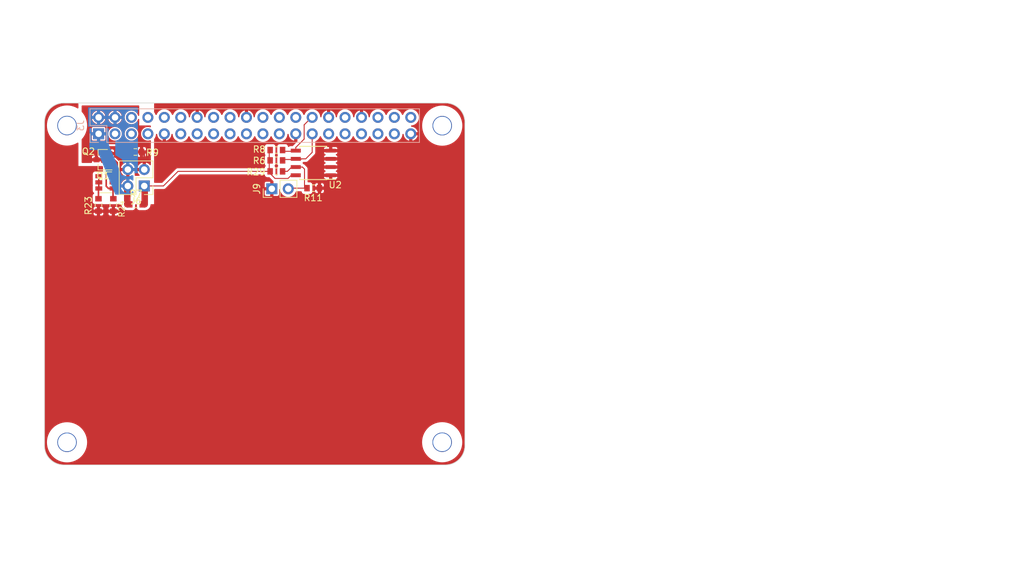
<source format=kicad_pcb>
(kicad_pcb (version 20221018) (generator pcbnew)
  (layers (0 "F.Cu" signal) (1 "In1.Cu" signal) (2 "In2.Cu" signal) (31 "B.Cu" signal) (34 "B.Paste" user) (35 "F.Paste" user) (36 "B.SilkS" user "B.Silkscreen") (37 "F.SilkS" user "F.Silkscreen") (38 "B.Mask" user) (39 "F.Mask" user) (44 "Edge.Cuts" user))
  (net 0 "")
  (net 1 "GND")
  (net 2 "/ID_SD_EEPROM")
  (net 3 "/ID_SC_EEPROM")
  (net 4 "Net-(Q1-Pad1)")
  (net 5 "Net-(Q2-Pad1)")
  (net 6 "/P3V3_HAT")
  (net 7 "/P5V_HAT")
  (net 8 "/P3V3")
  (net 9 "/P5V")
  (net 10 "Net-(J9-Pad2)")
  (net 11 "Net-(J3-Pad3)")
  (net 12 "Net-(J3-Pad5)")
  (net 13 "Net-(J3-Pad7)")
  (net 14 "Net-(J3-Pad8)")
  (net 15 "Net-(J3-Pad10)")
  (net 16 "Net-(J3-Pad11)")
  (net 17 "Net-(J3-Pad12)")
  (net 18 "Net-(J3-Pad13)")
  (net 19 "Net-(J3-Pad15)")
  (net 20 "Net-(J3-Pad16)")
  (net 21 "Net-(J3-Pad17)")
  (net 22 "Net-(J3-Pad18)")
  (net 23 "Net-(J3-Pad19)")
  (net 24 "Net-(J3-Pad21)")
  (net 25 "Net-(J3-Pad22)")
  (net 26 "Net-(J3-Pad23)")
  (net 27 "Net-(J3-Pad24)")
  (net 28 "Net-(J3-Pad26)")
  (net 29 "Net-(J3-Pad29)")
  (net 30 "Net-(J3-Pad31)")
  (net 31 "Net-(J3-Pad32)")
  (net 32 "Net-(J3-Pad33)")
  (net 33 "Net-(J3-Pad35)")
  (net 34 "Net-(J3-Pad36)")
  (net 35 "Net-(J3-Pad37)")
  (net 36 "Net-(J3-Pad38)")
  (net 37 "Net-(J3-Pad40)")
  (footprint "project_footprints:NPTH_3mm_ID" (layer "F.Cu") (at 82.04 64.31)
    (fp_text reference "H1" (at 0.06 0.09) (layer "F.SilkS"))
    (fp_text value "3mm_Mounting_Hole" hide)
    (pad "" np_thru_hole circle locked (at 0 0) (size 3 3) (drill 2.75) (layers "*.Cu" "*.Mask") (clearance 1.6))
  )
  (footprint "project_footprints:NPTH_3mm_ID" (layer "F.Cu") (at 140.04 64.33)
    (fp_text reference "H2" (at 0.06 0.09) (layer "F.SilkS"))
    (fp_text value "3mm_Mounting_Hole" hide)
    (pad "" np_thru_hole circle locked (at 0 0) (size 3 3) (drill 2.75) (layers "*.Cu" "*.Mask") (clearance 1.6))
  )
  (footprint "project_footprints:NPTH_3mm_ID" (layer "F.Cu") (at 82.04 113.32)
    (fp_text reference "H3" (at 0.06 0.09) (layer "F.SilkS"))
    (fp_text value "3mm_Mounting_Hole" hide)
    (pad "" np_thru_hole circle locked (at 0 0) (size 3 3) (drill 2.75) (layers "*.Cu" "*.Mask") (clearance 1.6))
  )
  (footprint "project_footprints:NPTH_3mm_ID" (layer "F.Cu") (at 140.03 113.31)
    (fp_text reference "H4" (at 0.06 0.09) (layer "F.SilkS"))
    (fp_text value "3mm_Mounting_Hole" hide)
    (pad "" np_thru_hole circle locked (at 0 0) (size 3 3) (drill 2.75) (layers "*.Cu" "*.Mask") (clearance 1.6))
  )
  (footprint "Resistor_SMD:R_0603_1608Metric_Pad0.84x1.00mm_HandSolder" (layer "F.Cu") (at 92.6 68.4)
    (fp_text reference "R9" (at 2.65 0.1) (layer "F.SilkS"))
    (fp_text value "DNP")
    (fp_line (start -0.22 -0.51) (end 0.22 -0.51) (stroke (width 0.12)) (layer "F.SilkS"))
    (fp_line (start -0.22 0.51) (end 0.22 0.51) (stroke (width 0.12)) (layer "F.SilkS"))
    (pad "1" smd rect (at -0.9625 0) (size 0.845 1) (layers "F.Cu" "F.Paste" "F.Mask") (net 7 "/P5V_HAT"))
    (pad "2" smd rect (at 0.9625 0) (size 0.845 1) (layers "F.Cu" "F.Paste" "F.Mask") (net 9 "/P5V"))
  )
  (footprint "Resistor_SMD:R_0603_1608Metric_Pad0.84x1.00mm_HandSolder" (layer "F.Cu") (at 92.7 76.5)
    (fp_text reference "R7" (at 0 -1.65) (layer "F.SilkS"))
    (fp_text value "DNP")
    (fp_line (start -0.22 -0.51) (end 0.22 -0.51) (stroke (width 0.12)) (layer "F.SilkS"))
    (fp_line (start -0.22 0.51) (end 0.22 0.51) (stroke (width 0.12)) (layer "F.SilkS"))
    (pad "1" smd rect (at -0.9625 0) (size 0.845 1) (layers "F.Cu" "F.Paste" "F.Mask") (net 6 "/P3V3_HAT"))
    (pad "2" smd rect (at 0.9625 0) (size 0.845 1) (layers "F.Cu" "F.Paste" "F.Mask") (net 8 "/P3V3"))
  )
  (footprint "Resistor_SMD:R_0603_1608Metric_Pad0.84x1.00mm_HandSolder" (layer "F.Cu") (at 114.4 68.1)
    (fp_text reference "R8" (at -2.65 -0.1) (layer "F.SilkS"))
    (fp_text value "3.9K")
    (fp_line (start -0.22 -0.51) (end 0.22 -0.51) (stroke (width 0.12)) (layer "F.SilkS"))
    (fp_line (start -0.22 0.51) (end 0.22 0.51) (stroke (width 0.12)) (layer "F.SilkS"))
    (pad "1" smd rect (at -0.9625 0) (size 0.845 1) (layers "F.Cu" "F.Paste" "F.Mask") (net 8 "/P3V3"))
    (pad "2" smd rect (at 0.9625 0) (size 0.845 1) (layers "F.Cu" "F.Paste" "F.Mask") (net 3 "/ID_SC_EEPROM"))
  )
  (footprint "Resistor_SMD:R_0603_1608Metric_Pad0.84x1.00mm_HandSolder" (layer "F.Cu") (at 120.1 74)
    (fp_text reference "R11" (at 0 1.5) (layer "F.SilkS"))
    (fp_text value "DNP")
    (fp_line (start -0.22 -0.51) (end 0.22 -0.51) (stroke (width 0.12)) (layer "F.SilkS"))
    (fp_line (start -0.22 0.51) (end 0.22 0.51) (stroke (width 0.12)) (layer "F.SilkS"))
    (pad "1" smd rect (at -0.9625 0) (size 0.845 1) (layers "F.Cu" "F.Paste" "F.Mask") (net 10 "Net-(J9-Pad2)"))
    (pad "2" smd rect (at 0.9625 0) (size 0.845 1) (layers "F.Cu" "F.Paste" "F.Mask") (net 1 "GND"))
  )
  (footprint "Resistor_SMD:R_0603_1608Metric_Pad0.84x1.00mm_HandSolder" (layer "F.Cu") (at 86.9 76.6 -90)
    (fp_text reference "R23" (at 0.108 1.556 90) (layer "F.SilkS"))
    (fp_text value "22")
    (fp_line (start -0.22 -0.51) (end 0.22 -0.51) (stroke (width 0.12)) (layer "F.SilkS"))
    (fp_line (start -0.22 0.51) (end 0.22 0.51) (stroke (width 0.12)) (layer "F.SilkS"))
    (pad "1" smd rect (at -0.9625 0 270) (size 0.845 1) (layers "F.Cu" "F.Paste" "F.Mask") (net 5 "Net-(Q2-Pad1)"))
    (pad "2" smd rect (at 0.9625 0 270) (size 0.845 1) (layers "F.Cu" "F.Paste" "F.Mask") (net 1 "GND"))
  )
  (footprint "Resistor_SMD:R_0603_1608Metric_Pad0.84x1.00mm_HandSolder" (layer "F.Cu") (at 89.2 76.6 -90)
    (fp_text reference "R24" (at 0.616 -1.3 270) (layer "F.SilkS") (effects (font (size 0.9 0.9) (thickness 0.13))))
    (fp_text value "22")
    (fp_line (start -0.22 -0.51) (end 0.22 -0.51) (stroke (width 0.12)) (layer "F.SilkS"))
    (fp_line (start -0.22 0.51) (end 0.22 0.51) (stroke (width 0.12)) (layer "F.SilkS"))
    (pad "1" smd rect (at -0.9625 0 270) (size 0.845 1) (layers "F.Cu" "F.Paste" "F.Mask") (net 4 "Net-(Q1-Pad1)"))
    (pad "2" smd rect (at 0.9625 0 270) (size 0.845 1) (layers "F.Cu" "F.Paste" "F.Mask") (net 1 "GND"))
  )
  (footprint "Resistor_SMD:R_0603_1608Metric_Pad0.84x1.00mm_HandSolder" (layer "F.Cu") (at 114.4 71.4)
    (fp_text reference "R29" (at -3.15 0.1) (layer "F.SilkS"))
    (fp_text value "10K")
    (fp_line (start -0.22 -0.51) (end 0.22 -0.51) (stroke (width 0.12)) (layer "F.SilkS"))
    (fp_line (start -0.22 0.51) (end 0.22 0.51) (stroke (width 0.12)) (layer "F.SilkS"))
    (pad "1" smd rect (at -0.9625 0) (size 0.845 1) (layers "F.Cu" "F.Paste" "F.Mask") (net 8 "/P3V3"))
    (pad "2" smd rect (at 0.9625 0) (size 0.845 1) (layers "F.Cu" "F.Paste" "F.Mask") (net 10 "Net-(J9-Pad2)"))
  )
  (footprint "Resistor_SMD:R_0603_1608Metric_Pad0.84x1.00mm_HandSolder" (layer "F.Cu") (at 114.4 69.7)
    (fp_text reference "R6" (at -2.65 0.05) (layer "F.SilkS"))
    (fp_text value "3.9K")
    (fp_line (start -0.22 -0.51) (end 0.22 -0.51) (stroke (width 0.12)) (layer "F.SilkS"))
    (fp_line (start -0.22 0.51) (end 0.22 0.51) (stroke (width 0.12)) (layer "F.SilkS"))
    (pad "1" smd rect (at -0.9625 0) (size 0.845 1) (layers "F.Cu" "F.Paste" "F.Mask") (net 8 "/P3V3"))
    (pad "2" smd rect (at 0.9625 0) (size 0.845 1) (layers "F.Cu" "F.Paste" "F.Mask") (net 2 "/ID_SD_EEPROM"))
  )
  (footprint "Package_TO_SOT_SMD:SOT-23-6" (layer "F.Cu") (at 88.05 73.1)
    (fp_text reference "Q2" (at -2.706 -4.774) (layer "F.SilkS"))
    (fp_text value "DMMT5401")
    (fp_line (start -0.9 1.61) (end 0.9 1.61) (stroke (width 0.12)) (layer "F.SilkS"))
    (fp_line (start 0.9 -1.61) (end -1.55 -1.61) (stroke (width 0.12)) (layer "F.SilkS"))
    (pad "1" smd rect (at -1.1 -0.95) (size 1.06 0.65) (layers "F.Cu" "F.Paste" "F.Mask") (net 5 "Net-(Q2-Pad1)"))
    (pad "2" smd rect (at -1.1 0) (size 1.06 0.65) (layers "F.Cu" "F.Paste" "F.Mask") (net 5 "Net-(Q2-Pad1)"))
    (pad "3" smd rect (at -1.1 0.95) (size 1.06 0.65) (layers "F.Cu" "F.Paste" "F.Mask") (net 5 "Net-(Q2-Pad1)"))
    (pad "4" smd rect (at 1.1 0.95) (size 1.06 0.65) (layers "F.Cu" "F.Paste" "F.Mask") (net 4 "Net-(Q1-Pad1)"))
    (pad "5" smd rect (at 1.1 0) (size 1.06 0.65) (layers "F.Cu" "F.Paste" "F.Mask") (net 7 "/P5V_HAT"))
    (pad "6" smd rect (at 1.1 -0.95) (size 1.06 0.65) (layers "F.Cu" "F.Paste" "F.Mask") (net 9 "/P5V"))
  )
  (footprint "Package_TO_SOT_SMD:SOT-23" (layer "F.Cu") (at 87.6 69.6 180)
    (fp_text reference "Q1" (at 0 -2.5 180) (layer "F.SilkS"))
    (fp_text value "DMG2305UX")
    (fp_line (start 0.76 -1.58) (end -1.4 -1.58) (stroke (width 0.12)) (layer "F.SilkS"))
    (fp_line (start 0.76 -1.58) (end 0.76 -0.65) (stroke (width 0.12)) (layer "F.SilkS"))
    (fp_line (start 0.76 1.58) (end -0.7 1.58) (stroke (width 0.12)) (layer "F.SilkS"))
    (fp_line (start 0.76 1.58) (end 0.76 0.65) (stroke (width 0.12)) (layer "F.SilkS"))
    (pad "1" smd rect (at -1 -0.95 180) (size 0.9 0.8) (layers "F.Cu" "F.Paste" "F.Mask") (net 4 "Net-(Q1-Pad1)"))
    (pad "2" smd rect (at -1 0.95 180) (size 0.9 0.8) (layers "F.Cu" "F.Paste" "F.Mask") (net 7 "/P5V_HAT"))
    (pad "3" smd rect (at 1 0 180) (size 0.9 0.8) (layers "F.Cu" "F.Paste" "F.Mask") (net 9 "/P5V"))
  )
  (footprint "Package_SOIC:SOIC-8_3.9x4.9mm_P1.27mm" (layer "F.Cu") (at 120.1 70.1 180)
    (fp_text reference "U2" (at -3.4 -3.4 180) (layer "F.SilkS"))
    (fp_text value "CAT24C32")
    (fp_line (start -2.075 -2.575) (end -2.075 -2.525) (stroke (width 0.15)) (layer "F.SilkS"))
    (fp_line (start -2.075 -2.575) (end 2.075 -2.575) (stroke (width 0.15)) (layer "F.SilkS"))
    (fp_line (start -2.075 -2.525) (end -3.475 -2.525) (stroke (width 0.15)) (layer "F.SilkS"))
    (fp_line (start -2.075 2.575) (end -2.075 2.43) (stroke (width 0.15)) (layer "F.SilkS"))
    (fp_line (start -2.075 2.575) (end 2.075 2.575) (stroke (width 0.15)) (layer "F.SilkS"))
    (fp_line (start 2.075 -2.575) (end 2.075 -2.43) (stroke (width 0.15)) (layer "F.SilkS"))
    (fp_line (start 2.075 2.575) (end 2.075 2.43) (stroke (width 0.15)) (layer "F.SilkS"))
    (pad "1" smd rect (at -2.7 -1.905 180) (size 1.55 0.6) (layers "F.Cu" "F.Paste" "F.Mask") (net 1 "GND"))
    (pad "2" smd rect (at -2.7 -0.635 180) (size 1.55 0.6) (layers "F.Cu" "F.Paste" "F.Mask") (net 1 "GND"))
    (pad "3" smd rect (at -2.7 0.635 180) (size 1.55 0.6) (layers "F.Cu" "F.Paste" "F.Mask") (net 1 "GND"))
    (pad "4" smd rect (at -2.7 1.905 180) (size 1.55 0.6) (layers "F.Cu" "F.Paste" "F.Mask") (net 1 "GND"))
    (pad "5" smd rect (at 2.7 1.905 180) (size 1.55 0.6) (layers "F.Cu" "F.Paste" "F.Mask") (net 3 "/ID_SC_EEPROM"))
    (pad "6" smd rect (at 2.7 0.635 180) (size 1.55 0.6) (layers "F.Cu" "F.Paste" "F.Mask") (net 2 "/ID_SD_EEPROM"))
    (pad "7" smd rect (at 2.7 -0.635 180) (size 1.55 0.6) (layers "F.Cu" "F.Paste" "F.Mask") (net 10 "Net-(J9-Pad2)"))
    (pad "8" smd rect (at 2.7 -1.905 180) (size 1.55 0.6) (layers "F.Cu" "F.Paste" "F.Mask") (net 8 "/P3V3"))
  )
  (footprint "Connector_PinHeader_2.54mm:PinHeader_2x02_P2.54mm_Vertical" (layer "F.Cu") (at 93.98 73.66 180)
    (fp_text reference "J6" (at 1.27 -2.33 180) (layer "F.SilkS"))
    (fp_text value "CONN_02X02")
    (fp_line (start -1.33 -1.33) (end 0 -1.33) (stroke (width 0.12)) (layer "F.SilkS"))
    (fp_line (start -1.33 0) (end -1.33 -1.33) (stroke (width 0.12)) (layer "F.SilkS"))
    (fp_line (start -1.33 1.27) (end -1.33 3.87) (stroke (width 0.12)) (layer "F.SilkS"))
    (fp_line (start -1.33 1.27) (end 1.27 1.27) (stroke (width 0.12)) (layer "F.SilkS"))
    (fp_line (start -1.33 3.87) (end 3.87 3.87) (stroke (width 0.12)) (layer "F.SilkS"))
    (fp_line (start 1.27 -1.33) (end 3.87 -1.33) (stroke (width 0.12)) (layer "F.SilkS"))
    (fp_line (start 1.27 1.27) (end 1.27 -1.33) (stroke (width 0.12)) (layer "F.SilkS"))
    (fp_line (start 3.87 -1.33) (end 3.87 3.87) (stroke (width 0.12)) (layer "F.SilkS"))
    (pad "1" thru_hole rect (at 0 0 180) (size 1.7 1.7) (drill 1) (layers "*.Cu" "*.Mask") (net 8 "/P3V3"))
    (pad "2" thru_hole oval (at 2.54 0 180) (size 1.7 1.7) (drill 1) (layers "*.Cu" "*.Mask") (net 6 "/P3V3_HAT"))
    (pad "3" thru_hole oval (at 0 2.54 180) (size 1.7 1.7) (drill 1) (layers "*.Cu" "*.Mask") (net 9 "/P5V"))
    (pad "4" thru_hole oval (at 2.54 2.54 180) (size 1.7 1.7) (drill 1) (layers "*.Cu" "*.Mask") (net 7 "/P5V_HAT"))
  )
  (footprint "Connector_PinHeader_2.54mm:PinHeader_1x02_P2.54mm_Vertical" (layer "F.Cu") (at 113.7 74.1 90)
    (fp_text reference "J9" (at 0 -2.33 90) (layer "F.SilkS"))
    (fp_text value "CONN_01X02")
    (fp_line (start -1.33 -1.33) (end 0 -1.33) (stroke (width 0.12)) (layer "F.SilkS"))
    (fp_line (start -1.33 0) (end -1.33 -1.33) (stroke (width 0.12)) (layer "F.SilkS"))
    (fp_line (start -1.33 1.27) (end -1.33 3.87) (stroke (width 0.12)) (layer "F.SilkS"))
    (fp_line (start -1.33 1.27) (end 1.33 1.27) (stroke (width 0.12)) (layer "F.SilkS"))
    (fp_line (start -1.33 3.87) (end 1.33 3.87) (stroke (width 0.12)) (layer "F.SilkS"))
    (fp_line (start 1.33 1.27) (end 1.33 3.87) (stroke (width 0.12)) (layer "F.SilkS"))
    (pad "1" thru_hole rect (at 0 0 90) (size 1.7 1.7) (drill 1) (layers "*.Cu" "*.Mask") (net 1 "GND"))
    (pad "2" thru_hole oval (at 0 2.54 90) (size 1.7 1.7) (drill 1) (layers "*.Cu" "*.Mask") (net 10 "Net-(J9-Pad2)"))
  )
  (footprint "Connector_PinSocket_2.54mm:PinSocket_2x20_P2.54mm_Vertical" (layer "B.Cu") (at 86.92 65.59 -90)
    (fp_text reference "J3" (at -1.27 2.77 270) (layer "B.SilkS") (effects (justify mirror)))
    (fp_text value "40HAT")
    (fp_line (start -3.87 -49.59) (end 1.33 -49.59) (stroke (width 0.12)) (layer "B.SilkS"))
    (fp_line (start -3.87 1.33) (end -3.87 -49.59) (stroke (width 0.12)) (layer "B.SilkS"))
    (fp_line (start -3.87 1.33) (end -1.27 1.33) (stroke (width 0.12)) (layer "B.SilkS"))
    (fp_line (start -1.27 -1.27) (end 1.33 -1.27) (stroke (width 0.12)) (layer "B.SilkS"))
    (fp_line (start -1.27 1.33) (end -1.27 -1.27) (stroke (width 0.12)) (layer "B.SilkS"))
    (fp_line (start 0 1.33) (end 1.33 1.33) (stroke (width 0.12)) (layer "B.SilkS"))
    (fp_line (start 1.33 -1.27) (end 1.33 -49.59) (stroke (width 0.12)) (layer "B.SilkS"))
    (fp_line (start 1.33 1.33) (end 1.33 0) (stroke (width 0.12)) (layer "B.SilkS"))
    (pad "1" thru_hole rect locked (at 0 0 270) (size 1.7 1.7) (drill 1) (layers "*.Cu" "*.Mask") (net 6 "/P3V3_HAT"))
    (pad "2" thru_hole oval locked (at -2.54 0 270) (size 1.7 1.7) (drill 1) (layers "*.Cu" "*.Mask") (net 7 "/P5V_HAT"))
    (pad "3" thru_hole oval locked (at 0 -2.54 270) (size 1.7 1.7) (drill 1) (layers "*.Cu" "*.Mask") (net 11 "Net-(J3-Pad3)"))
    (pad "4" thru_hole oval locked (at -2.54 -2.54 270) (size 1.7 1.7) (drill 1) (layers "*.Cu" "*.Mask") (net 7 "/P5V_HAT"))
    (pad "5" thru_hole oval locked (at 0 -5.08 270) (size 1.7 1.7) (drill 1) (layers "*.Cu" "*.Mask") (net 12 "Net-(J3-Pad5)"))
    (pad "6" thru_hole oval locked (at -2.54 -5.08 270) (size 1.7 1.7) (drill 1) (layers "*.Cu" "*.Mask") (net 1 "GND"))
    (pad "7" thru_hole oval locked (at 0 -7.62 270) (size 1.7 1.7) (drill 1) (layers "*.Cu" "*.Mask") (net 13 "Net-(J3-Pad7)"))
    (pad "8" thru_hole oval locked (at -2.54 -7.62 270) (size 1.7 1.7) (drill 1) (layers "*.Cu" "*.Mask") (net 14 "Net-(J3-Pad8)"))
    (pad "9" thru_hole oval locked (at 0 -10.16 270) (size 1.7 1.7) (drill 1) (layers "*.Cu" "*.Mask") (net 1 "GND"))
    (pad "10" thru_hole oval locked (at -2.54 -10.16 270) (size 1.7 1.7) (drill 1) (layers "*.Cu" "*.Mask") (net 15 "Net-(J3-Pad10)"))
    (pad "11" thru_hole oval locked (at 0 -12.7 270) (size 1.7 1.7) (drill 1) (layers "*.Cu" "*.Mask") (net 16 "Net-(J3-Pad11)"))
    (pad "12" thru_hole oval locked (at -2.54 -12.7 270) (size 1.7 1.7) (drill 1) (layers "*.Cu" "*.Mask") (net 17 "Net-(J3-Pad12)"))
    (pad "13" thru_hole oval locked (at 0 -15.24 270) (size 1.7 1.7) (drill 1) (layers "*.Cu" "*.Mask") (net 18 "Net-(J3-Pad13)"))
    (pad "14" thru_hole oval locked (at -2.54 -15.24 270) (size 1.7 1.7) (drill 1) (layers "*.Cu" "*.Mask") (net 1 "GND"))
    (pad "15" thru_hole oval locked (at 0 -17.78 270) (size 1.7 1.7) (drill 1) (layers "*.Cu" "*.Mask") (net 19 "Net-(J3-Pad15)"))
    (pad "16" thru_hole oval locked (at -2.54 -17.78 270) (size 1.7 1.7) (drill 1) (layers "*.Cu" "*.Mask") (net 20 "Net-(J3-Pad16)"))
    (pad "17" thru_hole oval locked (at 0 -20.32 270) (size 1.7 1.7) (drill 1) (layers "*.Cu" "*.Mask") (net 21 "Net-(J3-Pad17)"))
    (pad "18" thru_hole oval locked (at -2.54 -20.32 270) (size 1.7 1.7) (drill 1) (layers "*.Cu" "*.Mask") (net 22 "Net-(J3-Pad18)"))
    (pad "19" thru_hole oval locked (at 0 -22.86 270) (size 1.7 1.7) (drill 1) (layers "*.Cu" "*.Mask") (net 23 "Net-(J3-Pad19)"))
    (pad "20" thru_hole oval locked (at -2.54 -22.86 270) (size 1.7 1.7) (drill 1) (layers "*.Cu" "*.Mask") (net 1 "GND"))
    (pad "21" thru_hole oval locked (at 0 -25.4 270) (size 1.7 1.7) (drill 1) (layers "*.Cu" "*.Mask") (net 24 "Net-(J3-Pad21)"))
    (pad "22" thru_hole oval locked (at -2.54 -25.4 270) (size 1.7 1.7) (drill 1) (layers "*.Cu" "*.Mask") (net 25 "Net-(J3-Pad22)"))
    (pad "23" thru_hole oval locked (at 0 -27.94 270) (size 1.7 1.7) (drill 1) (layers "*.Cu" "*.Mask") (net 26 "Net-(J3-Pad23)"))
    (pad "24" thru_hole oval locked (at -2.54 -27.94 270) (size 1.7 1.7) (drill 1) (layers "*.Cu" "*.Mask") (net 27 "Net-(J3-Pad24)"))
    (pad "25" thru_hole oval locked (at 0 -30.48 270) (size 1.7 1.7) (drill 1) (layers "*.Cu" "*.Mask") (net 1 "GND"))
    (pad "26" thru_hole oval locked (at -2.54 -30.48 270) (size 1.7 1.7) (drill 1) (layers "*.Cu" "*.Mask") (net 28 "Net-(J3-Pad26)"))
    (pad "27" thru_hole oval locked (at 0 -33.02 270) (size 1.7 1.7) (drill 1) (layers "*.Cu" "*.Mask") (net 2 "/ID_SD_EEPROM"))
    (pad "28" thru_hole oval locked (at -2.54 -33.02 270) (size 1.7 1.7) (drill 1) (layers "*.Cu" "*.Mask") (net 3 "/ID_SC_EEPROM"))
    (pad "29" thru_hole oval locked (at 0 -35.56 270) (size 1.7 1.7) (drill 1) (layers "*.Cu" "*.Mask") (net 29 "Net-(J3-Pad29)"))
    (pad "30" thru_hole oval locked (at -2.54 -35.56 270) (size 1.7 1.7) (drill 1) (layers "*.Cu" "*.Mask") (net 1 "GND"))
    (pad "31" thru_hole oval locked (at 0 -38.1 270) (size 1.7 1.7) (drill 1) (layers "*.Cu" "*.Mask") (net 30 "Net-(J3-Pad31)"))
    (pad "32" thru_hole oval locked (at -2.54 -38.1 270) (size 1.7 1.7) (drill 1) (layers "*.Cu" "*.Mask") (net 31 "Net-(J3-Pad32)"))
    (pad "33" thru_hole oval locked (at 0 -40.64 270) (size 1.7 1.7) (drill 1) (layers "*.Cu" "*.Mask") (net 32 "Net-(J3-Pad33)"))
    (pad "34" thru_hole oval locked (at -2.54 -40.64 270) (size 1.7 1.7) (drill 1) (layers "*.Cu" "*.Mask") (net 1 "GND"))
    (pad "35" thru_hole oval locked (at 0 -43.18 270) (size 1.7 1.7) (drill 1) (layers "*.Cu" "*.Mask") (net 33 "Net-(J3-Pad35)"))
    (pad "36" thru_hole oval locked (at -2.54 -43.18 270) (size 1.7 1.7) (drill 1) (layers "*.Cu" "*.Mask") (net 34 "Net-(J3-Pad36)"))
    (pad "37" thru_hole oval locked (at 0 -45.72 270) (size 1.7 1.7) (drill 1) (layers "*.Cu" "*.Mask") (net 35 "Net-(J3-Pad37)"))
    (pad "38" thru_hole oval locked (at -2.54 -45.72 270) (size 1.7 1.7) (drill 1) (layers "*.Cu" "*.Mask") (net 36 "Net-(J3-Pad38)"))
    (pad "39" thru_hole oval locked (at 0 -48.26 270) (size 1.7 1.7) (drill 1) (layers "*.Cu" "*.Mask") (net 1 "GND"))
    (pad "40" thru_hole oval locked (at -2.54 -48.26 270) (size 1.7 1.7) (drill 1) (layers "*.Cu" "*.Mask") (net 37 "Net-(J3-Pad40)"))
  )
  (gr_line (start 78.546356 63.817611) (end 78.546356 113.817611) (stroke (width 0.1)) (layer "Edge.Cuts"))
  (gr_line (start 81.546356 116.817611) (end 140.546356 116.817611) (stroke (width 0.1)) (layer "Edge.Cuts"))
  (gr_arc (start 140.546356 60.817611) (mid 142.667676 61.696291) (end 143.546356 63.817611) (stroke (width 0.1)) (layer "Edge.Cuts"))
  (gr_line (start 143.546356 113.817611) (end 143.546356 63.817611) (stroke (width 0.1)) (layer "Edge.Cuts"))
  (gr_line (start 140.546356 60.817611) (end 81.546356 60.817611) (stroke (width 0.1)) (layer "Edge.Cuts"))
  (gr_arc (start 81.546356 116.817611) (mid 79.425036 115.938931) (end 78.546356 113.817611) (stroke (width 0.1)) (layer "Edge.Cuts"))
  (gr_arc (start 143.546351 113.822847) (mid 142.665824 115.940781) (end 140.546356 116.817611) (stroke (width 0.1)) (layer "Edge.Cuts"))
  (gr_arc (start 78.546356 63.817611) (mid 79.425036 61.696291) (end 81.546356 60.817611) (stroke (width 0.1)) (layer "Edge.Cuts"))
  (segment (start 115.635 69.565) (end 115.5 69.7) (width 0.15) (layer "F.Cu") (net 2))
  (segment (start 119.94 68.46) (end 118.935 69.465) (width 0.15) (layer "F.Cu") (net 2))
  (segment (start 118.935 69.465) (end 117.4 69.465) (width 0.15) (layer "F.Cu") (net 2))
  (segment (start 119.94 65.59) (end 119.94 68.46) (width 0.15) (layer "F.Cu") (net 2))
  (segment (start 117.34 69.565) (end 115.635 69.565) (width 0.15) (layer "F.Cu") (net 2))
  (segment (start 117.34 69.565) (end 118.135 69.565) (width 0.25) (layer "F.Cu") (net 2))
  (segment (start 119.94 66.06) (end 119.94 65.59) (width 0.25) (layer "B.Cu") (net 2))
  (segment (start 115.695 68.295) (end 115.5 68.1) (width 0.15) (layer "F.Cu") (net 3))
  (segment (start 119.85 63.05) (end 118.7 64.2) (width 0.15) (layer "F.Cu") (net 3))
  (segment (start 118.7 64.2) (end 118.7 66.4) (width 0.15) (layer "F.Cu") (net 3))
  (segment (start 118.7 66.4) (end 117.4 67.7) (width 0.15) (layer "F.Cu") (net 3))
  (segment (start 117.4 67.7) (end 117.4 68.195) (width 0.15) (layer "F.Cu") (net 3))
  (segment (start 117.34 68.295) (end 115.695 68.295) (width 0.15) (layer "F.Cu") (net 3))
  (segment (start 119.94 63.05) (end 119.85 63.05) (width 0.15) (layer "F.Cu") (net 3))
  (segment (start 89.15 75.45) (end 89.2 75.5) (width 0.25) (layer "F.Cu") (net 4))
  (segment (start 88.60076 70.55) (end 88.60076 71.19924) (width 0.25) (layer "F.Cu") (net 4))
  (segment (start 88.60076 71.19924) (end 88.1 71.7) (width 0.25) (layer "F.Cu") (net 4))
  (segment (start 88.1 73.7) (end 88.45 74.05) (width 0.25) (layer "F.Cu") (net 4))
  (segment (start 88.1 71.7) (end 88.1 73.7) (width 0.25) (layer "F.Cu") (net 4))
  (segment (start 88.45 74.05) (end 89.15 74.05) (width 0.25) (layer "F.Cu") (net 4))
  (segment (start 89.15 74.05) (end 89.15 75.45) (width 0.25) (layer "F.Cu") (net 4))
  (segment (start 86.95 73.1) (end 86.95 74.05) (width 0.25) (layer "F.Cu") (net 5))
  (segment (start 86.95 74.05) (end 86.9 74.1) (width 0.25) (layer "F.Cu") (net 5))
  (segment (start 86.9 74.1) (end 86.9 75.5) (width 0.25) (layer "F.Cu") (net 5))
  (segment (start 86.95 72.15) (end 86.95 73.1) (width 0.25) (layer "F.Cu") (net 5))
  (segment (start 91.35 73.75) (end 91.44 73.66) (width 0.25) (layer "F.Cu") (net 6))
  (segment (start 91.35 76.5) (end 91.35 73.75) (width 1) (layer "F.Cu") (net 6))
  (segment (start 89.9 73.1) (end 90.6 72.4) (width 0.15) (layer "F.Cu") (net 7))
  (segment (start 90.6 72.4) (end 91.2 72.4) (width 0.15) (layer "F.Cu") (net 7))
  (segment (start 91.2 72.4) (end 91.44 72.16) (width 0.15) (layer "F.Cu") (net 7))
  (segment (start 91.44 72.16) (end 91.44 71.12) (width 0.15) (layer "F.Cu") (net 7))
  (segment (start 88.7 68.65) (end 88.7 68.6) (width 0.6) (layer "F.Cu") (net 7))
  (segment (start 89.15 73.1) (end 89.9 73.1) (width 0.15) (layer "F.Cu") (net 7))
  (segment (start 94.05 73.73) (end 93.98 73.66) (width 0.15) (layer "F.Cu") (net 8))
  (segment (start 113.3 69.7) (end 113.3 71.4) (width 0.15) (layer "F.Cu") (net 8))
  (segment (start 116.695 72.005) (end 116.2 72.5) (width 0.15) (layer "F.Cu") (net 8))
  (segment (start 116.2 72.5) (end 114.2 72.5) (width 0.15) (layer "F.Cu") (net 8))
  (segment (start 114.2 72.5) (end 113.3 71.6) (width 0.15) (layer "F.Cu") (net 8))
  (segment (start 113.3 71.6) (end 113.3 71.4) (width 0.15) (layer "F.Cu") (net 8))
  (segment (start 99.2 71.4) (end 96.94 73.66) (width 0.15) (layer "F.Cu") (net 8))
  (segment (start 96.94 73.66) (end 93.98 73.66) (width 0.15) (layer "F.Cu") (net 8))
  (segment (start 117.4 72.005) (end 116.695 72.005) (width 0.15) (layer "F.Cu") (net 8))
  (segment (start 94.05 76.5) (end 94.05 73.73) (width 1) (layer "F.Cu") (net 8))
  (segment (start 113.3 68.1) (end 113.3 69.7) (width 0.15) (layer "F.Cu") (net 8))
  (segment (start 113.3 71.4) (end 99.2 71.4) (width 0.15) (layer "F.Cu") (net 8))
  (segment (start 93.98 68.43) (end 93.95 68.4) (width 0.25) (layer "F.Cu") (net 9))
  (segment (start 89.35 69.6) (end 87.75 69.6) (width 0.25) (layer "F.Cu") (net 9))
  (segment (start 89.8 70.05) (end 89.35 69.6) (width 0.25) (layer "F.Cu") (net 9))
  (segment (start 87.75 69.6) (end 86.5 69.6) (width 0.25) (layer "F.Cu") (net 9))
  (segment (start 89.15 72.15) (end 89.35 72.15) (width 0.25) (layer "F.Cu") (net 9))
  (segment (start 93.98 71.12) (end 93.98 68.43) (width 0.25) (layer "F.Cu") (net 9))
  (segment (start 89.8 71.7) (end 89.8 70.05) (width 0.25) (layer "F.Cu") (net 9))
  (segment (start 89.35 72.15) (end 89.8 71.7) (width 0.25) (layer "F.Cu") (net 9))
  (segment (start 116.64 74) (end 116.24 74.4) (width 0.15) (layer "F.Cu") (net 10))
  (segment (start 116.765 70.735) (end 116.1 71.4) (width 0.15) (layer "F.Cu") (net 10))
  (segment (start 116.1 71.4) (end 115.5 71.4) (width 0.15) (layer "F.Cu") (net 10))
  (segment (start 118.75 71.05) (end 118.435 70.735) (width 0.15) (layer "F.Cu") (net 10))
  (segment (start 118.435 70.735) (end 117.4 70.735) (width 0.15) (layer "F.Cu") (net 10))
  (segment (start 118.75 74) (end 118.75 71.05) (width 0.15) (layer "F.Cu") (net 10))
  (segment (start 118.75 74) (end 116.64 74) (width 0.15) (layer "F.Cu") (net 10))
  (segment (start 115.5 71.4) (end 115.8 71.4) (width 0.15) (layer "F.Cu") (net 10))
  (segment (start 117.4 70.735) (end 116.765 70.735) (width 0.15) (layer "F.Cu") (net 10))
  (zone (net 1) (net_name "GND") (layer "F.Cu") (connect_pads (clearance 0.4)) (min_thickness 0.2) (fill yes (thermal_gap 0.25) (thermal_bridge_width 0.508))
    (polygon (pts (xy 144.1 133.38) (xy 77.6 133.38) (xy 77.6 59.08) (xy 144.1 59.08)))
    (polygon (pts (xy 83.8 60.38) (xy 83.8 70.58) (xy 87.6 70.58) (xy 87.6 76.48) (xy 95.5 76.48) (xy 95.5 70.58) (xy 95.5 67.28) (xy 95.5 60.38)))
  )
  (zone (net 7) (net_name "/P5V_HAT") (layer "F.Cu") (connect_pads (clearance 0.2)) (min_thickness 0.2) (fill yes (thermal_gap 0.25) (thermal_bridge_width 0.508))
    (polygon (pts (xy 91.8 72.7) (xy 90.5 73.4) (xy 89.6 73.4) (xy 89.5 73.5) (xy 88 67.5) (xy 91.8 67.5)))
  )
  (zone (net 9) (net_name "/P5V") (layer "F.Cu") (connect_pads (clearance 0.2)) (min_thickness 0.2) (fill yes (thermal_gap 0.25) (thermal_bridge_width 0.508))
    (polygon (pts (xy 93.2 64.3) (xy 95 64.3) (xy 95 72.1) (xy 92.5 72.1) (xy 92.5 67.2) (xy 87.6 67.2) (xy 87.6 70.1) (xy 84.3 70.1) (xy 84.3 61.2) (xy 93.2 61.2)))
  )
  (zone (net 6) (net_name "/P3V3_HAT") (layer "B.Cu") (connect_pads (clearance 0.2)) (min_thickness 0.2) (fill yes (thermal_gap 0.25) (thermal_bridge_width 0.508))
    (polygon (pts (xy 88.5 67.3) (xy 90.5 72) (xy 92.3 72) (xy 92.3 75) (xy 89.5 75) (xy 86.7 68.1) (xy 85.5 68.1) (xy 85.5 64.7) (xy 86.4 64.7) (xy 88.5 64.7)))
  )
  (zone (net 7) (net_name "/P5V_HAT") (layer "B.Cu") (connect_pads (clearance 0.2)) (min_thickness 0.2) (fill yes (thermal_gap 0.25) (thermal_bridge_width 0.508))
    (polygon (pts (xy 93 71.7) (xy 91.2 71.7) (xy 90.5 69.5) (xy 89.5 68.9) (xy 89.5 64.5) (xy 85.3 64.5) (xy 85.3 61.5) (xy 93 61.5)))
  )
)
</source>
